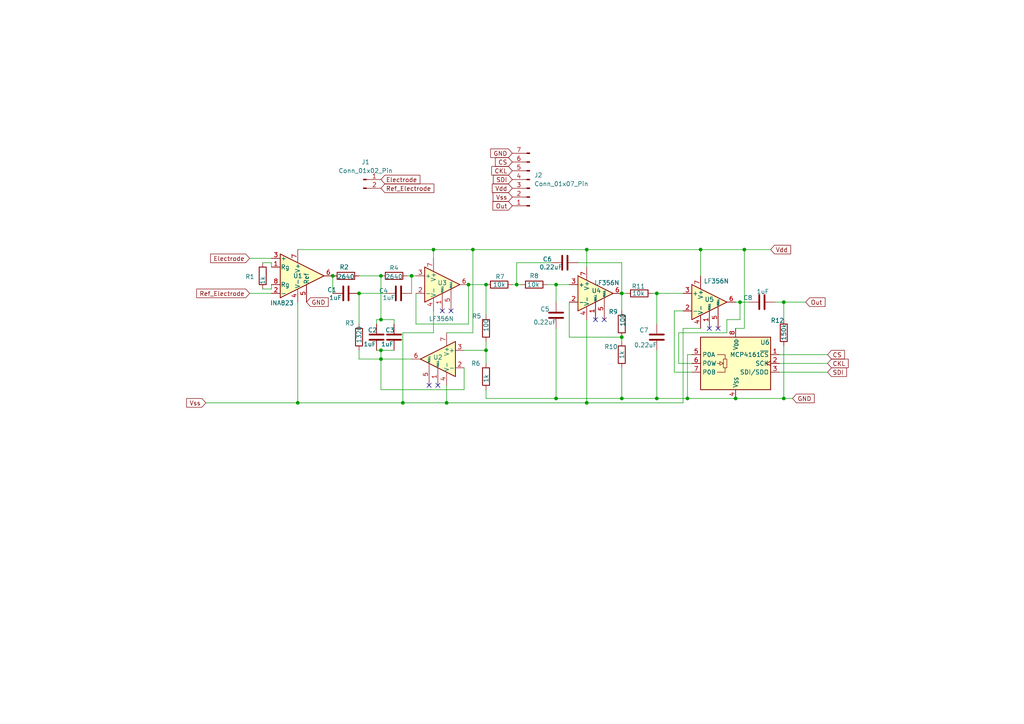
<source format=kicad_sch>
(kicad_sch (version 20231120) (generator "eeschema") (generator_version "8.0")
  (paper "A4")
  (lib_symbols
    (symbol "Amplifier_Instrumentation:INA333xxDGK" (pin_names (offset 0.127))
      (property "Reference" "U" (at 3.81 3.175 0))
      (property "Value" "INA333xxDGK" (at 3.81 -3.175 0))
      (symbol "INA333xxDGK_0_1"
        (polyline (pts (xy 7.62 0) (xy -5.08 6.35) (xy -5.08 -6.35) (xy 7.62 0)) (stroke (width 0.254)) (fill (type background)))
      )
      (symbol "INA333xxDGK_1_1"
        (pin passive line (at -7.62 2.54 0) (length 2.54) (name "Rg") (number "1"))
        (pin input line (at -7.62 -5.08 0) (length 2.54) (name "-") (number "2"))
        (pin input line (at -7.62 5.08 0) (length 2.54) (name "+") (number "3"))
        (pin power_in line (at 0 -7.62 90) (length 3.81) (name "V-") (number "4"))
        (pin input line (at 2.54 -7.62 90) (length 5.08) (name "Ref") (number "5"))
        (pin output line (at 10.16 0 180) (length 2.54) (name "~") (number "6"))
        (pin power_in line (at 0 7.62 270) (length 3.81) (name "V+") (number "7"))
        (pin passive line (at -7.62 -2.54 0) (length 2.54) (name "Rg") (number "8"))
      )
    )
    (symbol "Amplifier_Operational:LF357" (pin_names (offset 0.127))
      (property "Reference" "U" (at 0 6.35 0))
      (property "Value" "LF357" (at 0 3.81 0))
      (symbol "LF357_0_1"
        (polyline (pts (xy -5.08 5.08) (xy 5.08 0) (xy -5.08 -5.08) (xy -5.08 5.08)) (stroke (width 0.254)) (fill (type background)))
      )
      (symbol "LF357_1_1"
        (pin input line (at 0 -7.62 90) (length 5.08) (name "NULL") (number "1"))
        (pin input line (at -7.62 -2.54 0) (length 2.54) (name "-") (number "2"))
        (pin input line (at -7.62 2.54 0) (length 2.54) (name "+") (number "3"))
        (pin power_in line (at -2.54 -7.62 90) (length 3.81) (name "V-") (number "4"))
        (pin input line (at 2.54 -7.62 90) (length 6.35) (name "NULL") (number "5"))
        (pin output line (at 7.62 0 180) (length 2.54) (name "~") (number "6"))
        (pin power_in line (at -2.54 7.62 270) (length 3.81) (name "V+") (number "7"))
        (pin no_connect line (at 0 2.54 270) (length 2.54) hide (name "NC") (number "8"))
      )
    )
    (symbol "Connector:Conn_01x02_Pin" (pin_names (offset 1.016) hide)
      (property "Reference" "J" (at 0 2.54 0))
      (property "Value" "Conn_01x02_Pin" (at 0 -5.08 0))
      (symbol "Conn_01x02_Pin_1_1"
        (polyline (pts (xy 1.27 -2.54) (xy 0.8636 -2.54)) (stroke (width 0.1524)))
        (polyline (pts (xy 1.27 0) (xy 0.8636 0)) (stroke (width 0.1524)))
        (rectangle (start 0.8636 -2.413) (end 0 -2.667) (stroke (width 0.1524)) (fill (type outline)))
        (rectangle (start 0.8636 0.127) (end 0 -0.127) (stroke (width 0.1524)) (fill (type outline)))
        (pin passive line (at 5.08 0 180) (length 3.81) (name "Pin_1") (number "1"))
        (pin passive line (at 5.08 -2.54 180) (length 3.81) (name "Pin_2") (number "2"))
      )
    )
    (symbol "Connector:Conn_01x07_Pin" (pin_names (offset 1.016) hide)
      (property "Reference" "J" (at 0 10.16 0))
      (property "Value" "Conn_01x07_Pin" (at 0 -10.16 0))
      (symbol "Conn_01x07_Pin_1_1"
        (polyline (pts (xy 1.27 -7.62) (xy 0.8636 -7.62)) (stroke (width 0.1524)))
        (polyline (pts (xy 1.27 -5.08) (xy 0.8636 -5.08)) (stroke (width 0.1524)))
        (polyline (pts (xy 1.27 -2.54) (xy 0.8636 -2.54)) (stroke (width 0.1524)))
        (polyline (pts (xy 1.27 0) (xy 0.8636 0)) (stroke (width 0.1524)))
        (polyline (pts (xy 1.27 2.54) (xy 0.8636 2.54)) (stroke (width 0.1524)))
        (polyline (pts (xy 1.27 5.08) (xy 0.8636 5.08)) (stroke (width 0.1524)))
        (polyline (pts (xy 1.27 7.62) (xy 0.8636 7.62)) (stroke (width 0.1524)))
        (rectangle (start 0.8636 -7.493) (end 0 -7.747) (stroke (width 0.1524)) (fill (type outline)))
        (rectangle (start 0.8636 -4.953) (end 0 -5.207) (stroke (width 0.1524)) (fill (type outline)))
        (rectangle (start 0.8636 -2.413) (end 0 -2.667) (stroke (width 0.1524)) (fill (type outline)))
        (rectangle (start 0.8636 0.127) (end 0 -0.127) (stroke (width 0.1524)) (fill (type outline)))
        (rectangle (start 0.8636 2.667) (end 0 2.413) (stroke (width 0.1524)) (fill (type outline)))
        (rectangle (start 0.8636 5.207) (end 0 4.953) (stroke (width 0.1524)) (fill (type outline)))
        (rectangle (start 0.8636 7.747) (end 0 7.493) (stroke (width 0.1524)) (fill (type outline)))
        (pin passive line (at 5.08 7.62 180) (length 3.81) (name "Pin_1") (number "1"))
        (pin passive line (at 5.08 5.08 180) (length 3.81) (name "Pin_2") (number "2"))
        (pin passive line (at 5.08 2.54 180) (length 3.81) (name "Pin_3") (number "3"))
        (pin passive line (at 5.08 0 180) (length 3.81) (name "Pin_4") (number "4"))
        (pin passive line (at 5.08 -2.54 180) (length 3.81) (name "Pin_5") (number "5"))
        (pin passive line (at 5.08 -5.08 180) (length 3.81) (name "Pin_6") (number "6"))
        (pin passive line (at 5.08 -7.62 180) (length 3.81) (name "Pin_7") (number "7"))
      )
    )
    (symbol "Device:C" (pin_numbers hide) (pin_names (offset 0.254))
      (property "Reference" "C" (at 0.635 2.54 0))
      (property "Value" "C" (at 0.635 -2.54 0))
      (symbol "C_0_1"
        (polyline (pts (xy -2.032 -0.762) (xy 2.032 -0.762)) (stroke (width 0.508)))
        (polyline (pts (xy -2.032 0.762) (xy 2.032 0.762)) (stroke (width 0.508)))
      )
      (symbol "C_1_1"
        (pin passive line (at 0 3.81 270) (length 2.794) (name "~") (number "1"))
        (pin passive line (at 0 -3.81 90) (length 2.794) (name "~") (number "2"))
      )
    )
    (symbol "Device:R" (pin_numbers hide) (pin_names (offset 0))
      (property "Reference" "R" (at 2.032 0 90))
      (property "Value" "R" (at 0 0 90))
      (symbol "R_0_1"
        (rectangle (start -1.016 -2.54) (end 1.016 2.54) (stroke (width 0.254)))
      )
      (symbol "R_1_1"
        (pin passive line (at 0 3.81 270) (length 1.27) (name "~") (number "1"))
        (pin passive line (at 0 -3.81 90) (length 1.27) (name "~") (number "2"))
      )
    )
    (symbol "Potentiometer_Digital:MCP4161-xxxx-P"
      (property "Reference" "U" (at 2.54 11.43 0))
      (property "Value" "MCP4161-xxxx-P" (at 2.54 8.89 0))
      (symbol "MCP4161-xxxx-P_0_0"
        (pin input line (at -12.7 2.54 0) (length 2.54) (name "~{CS}") (number "1"))
        (pin input clock (at -12.7 0 0) (length 2.54) (name "SCK") (number "2"))
        (pin bidirectional line (at -12.7 -2.54 0) (length 2.54) (name "SDI/SDO") (number "3"))
        (pin power_in line (at 0 -10.16 90) (length 2.54) (name "V_{SS}") (number "4"))
        (pin passive line (at 12.7 2.54 180) (length 2.54) (name "P0A") (number "5"))
        (pin passive line (at 12.7 0 180) (length 2.54) (name "P0W") (number "6"))
        (pin passive line (at 12.7 -2.54 180) (length 2.54) (name "P0B") (number "7"))
        (pin power_in line (at 0 10.16 270) (length 2.54) (name "V_{DD}") (number "8"))
      )
      (symbol "MCP4161-xxxx-P_0_1"
        (polyline (pts (xy 4.572 0) (xy 5.334 0)))
        (polyline (pts (xy 3.048 -1.27) (xy 3.048 -2.54) (xy 5.334 -2.54)))
        (polyline (pts (xy 5.334 2.54) (xy 3.048 2.54) (xy 3.048 1.27)))
        (polyline (pts (xy 4.572 0.508) (xy 3.556 0) (xy 4.572 -0.508) (xy 4.572 0.508)))
        (rectangle (start 2.54 1.27) (end 3.556 -1.27))
      )
      (symbol "MCP4161-xxxx-P_1_1"
        (rectangle (start -10.16 7.62) (end 10.16 -7.62) (stroke (width 0.254)) (fill (type background)))
      )
    )
  )
  (junction (at 140.97 82.55))
  (junction (at 214.63 87.63))
  (junction (at 116.84 116.84))
  (junction (at 170.18 116.84))
  (junction (at 96.52 80.01))
  (junction (at 161.29 82.55))
  (junction (at 104.14 85.09))
  (junction (at 137.16 72.39))
  (junction (at 119.38 80.01))
  (junction (at 215.9 72.39))
  (junction (at 190.5 115.57))
  (junction (at 129.54 116.84))
  (junction (at 227.33 87.63))
  (junction (at 110.49 101.6))
  (junction (at 140.97 101.6))
  (junction (at 135.89 82.55))
  (junction (at 180.34 115.57))
  (junction (at 180.34 97.79))
  (junction (at 110.49 92.71))
  (junction (at 227.33 115.57))
  (junction (at 86.36 116.84))
  (junction (at 110.49 80.01))
  (junction (at 170.18 72.39))
  (junction (at 110.49 104.14))
  (junction (at 125.73 72.39))
  (junction (at 180.34 85.09))
  (junction (at 149.86 82.55))
  (junction (at 203.2 72.39))
  (junction (at 213.36 115.57))
  (junction (at 190.5 85.09))
  (junction (at 199.39 115.57))
  (junction (at 161.29 115.57))
  (no_connect (at 124.46 111.76))
  (no_connect (at 127 111.76))
  (no_connect (at 172.72 92.71))
  (no_connect (at 130.81 90.17))
  (no_connect (at 128.27 90.17))
  (no_connect (at 208.28 95.25))
  (no_connect (at 205.74 95.25))
  (no_connect (at 175.26 92.71))
  (wire (pts (xy 129.54 111.76) (xy 129.54 116.84)))
  (wire (pts (xy 119.38 80.01) (xy 120.65 80.01)))
  (wire (pts (xy 210.82 92.71) (xy 214.63 92.71)))
  (wire (pts (xy 140.97 99.06) (xy 140.97 101.6)))
  (wire (pts (xy 170.18 72.39) (xy 137.16 72.39)))
  (wire (pts (xy 140.97 91.44) (xy 140.97 82.55)))
  (wire (pts (xy 104.14 85.09) (xy 111.76 85.09)))
  (wire (pts (xy 161.29 82.55) (xy 165.1 82.55)))
  (wire (pts (xy 129.54 96.52) (xy 137.16 96.52)))
  (wire (pts (xy 129.54 116.84) (xy 116.84 116.84)))
  (wire (pts (xy 214.63 92.71) (xy 214.63 87.63)))
  (wire (pts (xy 149.86 82.55) (xy 151.13 82.55)))
  (wire (pts (xy 59.69 116.84) (xy 86.36 116.84)))
  (wire (pts (xy 215.9 95.25) (xy 213.36 95.25)))
  (wire (pts (xy 161.29 82.55) (xy 161.29 87.63)))
  (wire (pts (xy 116.84 116.84) (xy 86.36 116.84)))
  (wire (pts (xy 134.62 113.03) (xy 110.49 113.03)))
  (wire (pts (xy 180.34 85.09) (xy 180.34 90.17)))
  (wire (pts (xy 161.29 95.25) (xy 161.29 115.57)))
  (wire (pts (xy 180.34 115.57) (xy 180.34 106.68)))
  (wire (pts (xy 199.39 102.87) (xy 199.39 115.57)))
  (wire (pts (xy 190.5 115.57) (xy 199.39 115.57)))
  (wire (pts (xy 78.74 76.2) (xy 78.74 77.47)))
  (wire (pts (xy 76.2 76.2) (xy 78.74 76.2)))
  (wire (pts (xy 110.49 101.6) (xy 110.49 104.14)))
  (wire (pts (xy 198.12 95.25) (xy 198.12 116.84)))
  (wire (pts (xy 125.73 96.52) (xy 125.73 90.17)))
  (wire (pts (xy 120.65 93.98) (xy 135.89 93.98)))
  (wire (pts (xy 149.86 76.2) (xy 149.86 82.55)))
  (wire (pts (xy 104.14 104.14) (xy 110.49 104.14)))
  (wire (pts (xy 170.18 116.84) (xy 129.54 116.84)))
  (wire (pts (xy 195.58 107.95) (xy 195.58 90.17)))
  (wire (pts (xy 161.29 115.57) (xy 180.34 115.57)))
  (wire (pts (xy 110.49 92.71) (xy 110.49 80.01)))
  (wire (pts (xy 180.34 115.57) (xy 190.5 115.57)))
  (wire (pts (xy 104.14 104.14) (xy 104.14 101.6)))
  (wire (pts (xy 224.79 87.63) (xy 227.33 87.63)))
  (wire (pts (xy 134.62 106.68) (xy 134.62 113.03)))
  (wire (pts (xy 125.73 96.52) (xy 116.84 96.52)))
  (wire (pts (xy 109.22 92.71) (xy 109.22 93.98)))
  (wire (pts (xy 227.33 87.63) (xy 233.68 87.63)))
  (wire (pts (xy 170.18 92.71) (xy 170.18 116.84)))
  (wire (pts (xy 96.52 80.01) (xy 96.52 85.09)))
  (wire (pts (xy 120.65 85.09) (xy 120.65 93.98)))
  (wire (pts (xy 72.39 74.93) (xy 78.74 74.93)))
  (wire (pts (xy 119.38 80.01) (xy 119.38 85.09)))
  (wire (pts (xy 226.06 102.87) (xy 240.03 102.87)))
  (wire (pts (xy 196.85 105.41) (xy 196.85 96.52)))
  (wire (pts (xy 226.06 107.95) (xy 240.03 107.95)))
  (wire (pts (xy 170.18 77.47) (xy 170.18 72.39)))
  (wire (pts (xy 226.06 105.41) (xy 240.03 105.41)))
  (wire (pts (xy 78.74 83.82) (xy 78.74 82.55)))
  (wire (pts (xy 203.2 72.39) (xy 215.9 72.39)))
  (wire (pts (xy 180.34 76.2) (xy 180.34 85.09)))
  (wire (pts (xy 227.33 115.57) (xy 229.87 115.57)))
  (wire (pts (xy 110.49 104.14) (xy 110.49 113.03)))
  (wire (pts (xy 104.14 80.01) (xy 110.49 80.01)))
  (wire (pts (xy 165.1 97.79) (xy 180.34 97.79)))
  (wire (pts (xy 109.22 101.6) (xy 110.49 101.6)))
  (wire (pts (xy 140.97 113.03) (xy 140.97 115.57)))
  (wire (pts (xy 215.9 72.39) (xy 223.52 72.39)))
  (wire (pts (xy 165.1 87.63) (xy 165.1 97.79)))
  (wire (pts (xy 190.5 101.6) (xy 190.5 115.57)))
  (wire (pts (xy 190.5 85.09) (xy 198.12 85.09)))
  (wire (pts (xy 227.33 87.63) (xy 227.33 92.71)))
  (wire (pts (xy 200.66 105.41) (xy 196.85 105.41)))
  (wire (pts (xy 134.62 101.6) (xy 140.97 101.6)))
  (wire (pts (xy 203.2 95.25) (xy 198.12 95.25)))
  (wire (pts (xy 148.59 82.55) (xy 149.86 82.55)))
  (wire (pts (xy 190.5 85.09) (xy 189.23 85.09)))
  (wire (pts (xy 140.97 115.57) (xy 161.29 115.57)))
  (wire (pts (xy 114.3 93.98) (xy 114.3 92.71)))
  (wire (pts (xy 213.36 115.57) (xy 227.33 115.57)))
  (wire (pts (xy 199.39 115.57) (xy 213.36 115.57)))
  (wire (pts (xy 135.89 82.55) (xy 140.97 82.55)))
  (wire (pts (xy 200.66 102.87) (xy 199.39 102.87)))
  (wire (pts (xy 137.16 96.52) (xy 137.16 72.39)))
  (wire (pts (xy 210.82 96.52) (xy 210.82 92.71)))
  (wire (pts (xy 125.73 72.39) (xy 125.73 74.93)))
  (wire (pts (xy 180.34 97.79) (xy 180.34 99.06)))
  (wire (pts (xy 140.97 101.6) (xy 140.97 105.41)))
  (wire (pts (xy 227.33 100.33) (xy 227.33 115.57)))
  (wire (pts (xy 118.11 80.01) (xy 119.38 80.01)))
  (wire (pts (xy 214.63 87.63) (xy 213.36 87.63)))
  (wire (pts (xy 160.02 76.2) (xy 149.86 76.2)))
  (wire (pts (xy 203.2 72.39) (xy 170.18 72.39)))
  (wire (pts (xy 114.3 92.71) (xy 110.49 92.71)))
  (wire (pts (xy 110.49 101.6) (xy 114.3 101.6)))
  (wire (pts (xy 215.9 72.39) (xy 215.9 95.25)))
  (wire (pts (xy 86.36 116.84) (xy 86.36 87.63)))
  (wire (pts (xy 125.73 72.39) (xy 86.36 72.39)))
  (wire (pts (xy 181.61 85.09) (xy 180.34 85.09)))
  (wire (pts (xy 110.49 104.14) (xy 119.38 104.14)))
  (wire (pts (xy 167.64 76.2) (xy 180.34 76.2)))
  (wire (pts (xy 198.12 116.84) (xy 170.18 116.84)))
  (wire (pts (xy 195.58 90.17) (xy 198.12 90.17)))
  (wire (pts (xy 109.22 92.71) (xy 110.49 92.71)))
  (wire (pts (xy 158.75 82.55) (xy 161.29 82.55)))
  (wire (pts (xy 104.14 85.09) (xy 104.14 93.98)))
  (wire (pts (xy 195.58 107.95) (xy 200.66 107.95)))
  (wire (pts (xy 135.89 82.55) (xy 135.89 93.98)))
  (wire (pts (xy 196.85 96.52) (xy 210.82 96.52)))
  (wire (pts (xy 137.16 72.39) (xy 125.73 72.39)))
  (wire (pts (xy 190.5 85.09) (xy 190.5 93.98)))
  (wire (pts (xy 116.84 96.52) (xy 116.84 116.84)))
  (wire (pts (xy 76.2 83.82) (xy 78.74 83.82)))
  (wire (pts (xy 72.39 85.09) (xy 78.74 85.09)))
  (wire (pts (xy 217.17 87.63) (xy 214.63 87.63)))
  (wire (pts (xy 203.2 80.01) (xy 203.2 72.39)))
  (global_label "GND" (shape input) (at 88.9 87.63 0) (property "Intersheetrefs" "${INTERSHEET_REFS}" (effects (hide yes))))
  (global_label "GND" (shape input) (at 229.87 115.57 0) (property "Intersheetrefs" "${INTERSHEET_REFS}" (effects (hide yes))))
  (global_label "Ref_Electrode" (shape input) (at 110.49 54.61 0) (property "Intersheetrefs" "${INTERSHEET_REFS}" (effects (hide yes))))
  (global_label "CS" (shape input) (at 148.59 46.99 180) (property "Intersheetrefs" "${INTERSHEET_REFS}" (effects (hide yes))))
  (global_label "Vdd" (shape input) (at 223.52 72.39 0) (property "Intersheetrefs" "${INTERSHEET_REFS}" (effects (hide yes))))
  (global_label "Vdd" (shape input) (at 148.59 54.61 180) (property "Intersheetrefs" "${INTERSHEET_REFS}" (effects (hide yes))))
  (global_label "CKL" (shape input) (at 240.03 105.41 0) (property "Intersheetrefs" "${INTERSHEET_REFS}" (effects (hide yes))))
  (global_label "SDI" (shape input) (at 148.59 52.07 180) (property "Intersheetrefs" "${INTERSHEET_REFS}" (effects (hide yes))))
  (global_label "Ref_Electrode" (shape input) (at 72.39 85.09 180) (property "Intersheetrefs" "${INTERSHEET_REFS}" (effects (hide yes))))
  (global_label "Electrode" (shape input) (at 72.39 74.93 180) (property "Intersheetrefs" "${INTERSHEET_REFS}" (effects (hide yes))))
  (global_label "CKL" (shape input) (at 148.59 49.53 180) (property "Intersheetrefs" "${INTERSHEET_REFS}" (effects (hide yes))))
  (global_label "Electrode" (shape input) (at 110.49 52.07 0) (property "Intersheetrefs" "${INTERSHEET_REFS}" (effects (hide yes))))
  (global_label "SDI" (shape input) (at 240.03 107.95 0) (property "Intersheetrefs" "${INTERSHEET_REFS}" (effects (hide yes))))
  (global_label "CS" (shape input) (at 240.03 102.87 0) (property "Intersheetrefs" "${INTERSHEET_REFS}" (effects (hide yes))))
  (global_label "Out" (shape input) (at 233.68 87.63 0) (property "Intersheetrefs" "${INTERSHEET_REFS}" (effects (hide yes))))
  (global_label "GND" (shape input) (at 148.59 44.45 180) (property "Intersheetrefs" "${INTERSHEET_REFS}" (effects (hide yes))))
  (global_label "Vss" (shape input) (at 59.69 116.84 180) (property "Intersheetrefs" "${INTERSHEET_REFS}" (effects (hide yes))))
  (global_label "Out" (shape input) (at 148.59 59.69 180) (property "Intersheetrefs" "${INTERSHEET_REFS}" (effects (hide yes))))
  (global_label "Vss" (shape input) (at 148.59 57.15 180) (property "Intersheetrefs" "${INTERSHEET_REFS}" (effects (hide yes))))
  (symbol (lib_id "Device:C") (at 161.29 91.44 0) (unit 1)
    (property "Reference" "C5" (at 156.718 89.662 0) (effects (justify left)))
    (property "Value" "0.22uF" (at 154.686 93.472 0) (effects (justify left)))
    (property "Footprint" "Capacitor_SMD:C_0603_1608Metric" (effects (hide yes)))
    (property "Description" "Unpolarized capacitor" (effects (hide yes)))
  )
  (symbol (lib_id "Device:R") (at 76.2 80.01 0) (unit 1)
    (property "Reference" "R1" (at 71.12 80.264 0) (effects (justify left)))
    (property "Value" "1k" (at 76.2 82.55 90) (effects (justify left)))
    (property "Footprint" "Resistor_SMD:R_0402_1005Metric_Pad0.72x0.64mm_HandSolder" (effects (hide yes)))
    (property "Description" "Resistor" (effects (hide yes)))
  )
  (symbol (lib_id "Amplifier_Operational:LF357") (at 128.27 82.55 0) (unit 1)
    (property "Reference" "U3" (at 128.27 82.042 0))
    (property "Value" "LF356N" (at 128.016 92.456 0))
    (property "Footprint" "LF356M:SOIC127P599X175-8N" (effects (hide yes)))
    (property "Datasheet" "http://www.ti.com/lit/ds/symlink/lf357.pdf" (effects (hide yes)))
    (property "Description" "Single JFET Input Operational Amplifiers, DIP-8/SOIC-8" (effects (hide yes)))
  )
  (symbol (lib_id "Device:R") (at 114.3 80.01 270) (unit 1)
    (property "Reference" "R4" (at 114.3 77.724 90))
    (property "Value" "2640" (at 114.3 80.264 90))
    (property "Footprint" "Resistor_SMD:R_0603_1608Metric_Pad0.98x0.95mm_HandSolder" (effects (hide yes)))
    (property "Description" "Resistor" (effects (hide yes)))
  )
  (symbol (lib_id "Device:R") (at 185.42 85.09 90) (unit 1)
    (property "Reference" "R11" (at 185.166 83.058 90))
    (property "Value" "10k" (at 185.166 85.09 90))
    (property "Footprint" "Resistor_SMD:R_0603_1608Metric_Pad0.98x0.95mm_HandSolder" (effects (hide yes)))
    (property "Description" "Resistor" (effects (hide yes)))
  )
  (symbol (lib_id "Device:R") (at 104.14 97.79 0) (unit 1)
    (property "Reference" "R3" (at 100.076 93.726 0) (effects (justify left)))
    (property "Value" "1320" (at 104.14 99.568 90) (effects (justify left)))
    (property "Footprint" "Resistor_SMD:R_0805_2012Metric_Pad1.20x1.40mm_HandSolder" (effects (hide yes)))
    (property "Description" "Resistor" (effects (hide yes)))
  )
  (symbol (lib_id "Device:R") (at 140.97 95.25 0) (unit 1)
    (property "Reference" "R5" (at 136.906 91.694 0) (effects (justify left)))
    (property "Value" "100" (at 140.97 96.266 90) (effects (justify left)))
    (property "Footprint" "Resistor_SMD:R_0805_2012Metric_Pad1.20x1.40mm_HandSolder" (effects (hide yes)))
    (property "Description" "Resistor" (effects (hide yes)))
  )
  (symbol (lib_id "Device:R") (at 100.33 80.01 270) (unit 1)
    (property "Reference" "R2" (at 99.822 77.47 90))
    (property "Value" "2640" (at 100.33 80.264 90))
    (property "Footprint" "Resistor_SMD:R_0603_1608Metric_Pad0.98x0.95mm_HandSolder" (effects (hide yes)))
    (property "Description" "Resistor" (effects (hide yes)))
  )
  (symbol (lib_id "Amplifier_Instrumentation:INA333xxDGK") (at 86.36 80.01 0) (unit 1)
    (property "Reference" "U1" (at 86.36 80.01 0))
    (property "Value" "INA823" (at 81.788 87.884 0))
    (property "Footprint" "Package_SO:VSSOP-8_3x3mm_P0.65mm" (effects (hide yes)))
    (property "Datasheet" "https://www.ti.com/lit/ds/symlink/ina333.pdf" (effects (hide yes)))
    (property "Description" "Zero Drift, Micropower Instrumentation Amplifier G = 1 + 100kOhm/Rg, VSSOP-8" (effects (hide yes)))
  )
  (symbol (lib_id "Amplifier_Operational:LF357") (at 205.74 87.63 0) (unit 1)
    (property "Reference" "U5" (at 205.74 86.868 0))
    (property "Value" "LF356N" (at 207.772 81.534 0))
    (property "Footprint" "LF356M:SOIC127P599X175-8N" (effects (hide yes)))
    (property "Datasheet" "http://www.ti.com/lit/ds/symlink/lf357.pdf" (effects (hide yes)))
    (property "Description" "Single JFET Input Operational Amplifiers, DIP-8/SOIC-8" (effects (hide yes)))
  )
  (symbol (lib_id "Device:C") (at 114.3 97.79 0) (unit 1)
    (property "Reference" "C3" (at 111.76 95.758 0) (effects (justify left)))
    (property "Value" "1uF" (at 110.49 99.822 0) (effects (justify left)))
    (property "Footprint" "Capacitor_SMD:C_0805_2012Metric" (effects (hide yes)))
    (property "Description" "Unpolarized capacitor" (effects (hide yes)))
  )
  (symbol (lib_id "Device:R") (at 140.97 109.22 0) (unit 1)
    (property "Reference" "R6" (at 136.652 105.41 0) (effects (justify left)))
    (property "Value" "1k" (at 140.97 110.998 90) (effects (justify left)))
    (property "Footprint" "Resistor_SMD:R_0402_1005Metric_Pad0.72x0.64mm_HandSolder" (effects (hide yes)))
    (property "Description" "Resistor" (effects (hide yes)))
  )
  (symbol (lib_id "Device:C") (at 115.57 85.09 90) (unit 1)
    (property "Reference" "C4" (at 111.252 84.328 90))
    (property "Value" "1uF" (at 112.776 86.36 90))
    (property "Footprint" "Capacitor_SMD:C_0805_2012Metric" (effects (hide yes)))
    (property "Description" "Unpolarized capacitor" (effects (hide yes)))
  )
  (symbol (lib_id "Device:R") (at 180.34 102.87 0) (unit 1)
    (property "Reference" "R10" (at 175.26 100.584 0) (effects (justify left)))
    (property "Value" "1k" (at 180.34 104.14 90) (effects (justify left)))
    (property "Footprint" "Resistor_SMD:R_0402_1005Metric_Pad0.72x0.64mm_HandSolder" (effects (hide yes)))
    (property "Description" "Resistor" (effects (hide yes)))
  )
  (symbol (lib_id "Amplifier_Operational:LF357") (at 172.72 85.09 0) (unit 1)
    (property "Reference" "U4" (at 172.974 84.328 0))
    (property "Value" "LF356N" (at 176.022 82.042 0))
    (property "Footprint" "LF356M:SOIC127P599X175-8N" (effects (hide yes)))
    (property "Datasheet" "http://www.ti.com/lit/ds/symlink/lf357.pdf" (effects (hide yes)))
    (property "Description" "Single JFET Input Operational Amplifiers, DIP-8/SOIC-8" (effects (hide yes)))
  )
  (symbol (lib_id "Device:C") (at 163.83 76.2 270) (unit 1)
    (property "Reference" "C6" (at 158.75 75.184 90))
    (property "Value" "0.22uF" (at 159.766 77.47 90))
    (property "Footprint" "Capacitor_SMD:C_0603_1608Metric" (effects (hide yes)))
    (property "Description" "Unpolarized capacitor" (effects (hide yes)))
  )
  (symbol (lib_id "Connector:Conn_01x02_Pin") (at 105.41 52.07 0) (unit 1)
    (property "Reference" "J1" (at 106.045 46.99 0))
    (property "Value" "Conn_01x02_Pin" (at 106.045 49.53 0))
    (property "Footprint" "Connector_PinHeader_2.00mm:PinHeader_1x02_P2.00mm_Vertical" (effects (hide yes)))
    (property "Description" "Generic connector, single row, 01x02, script generated" (effects (hide yes)))
  )
  (symbol (lib_id "Device:C") (at 190.5 97.79 0) (unit 1)
    (property "Reference" "C7" (at 185.42 95.758 0) (effects (justify left)))
    (property "Value" "0.22uF" (at 183.896 100.076 0) (effects (justify left)))
    (property "Footprint" "Capacitor_SMD:C_0603_1608Metric" (effects (hide yes)))
    (property "Description" "Unpolarized capacitor" (effects (hide yes)))
  )
  (symbol (lib_id "Device:R") (at 144.78 82.55 90) (unit 1)
    (property "Reference" "R7" (at 145.034 80.264 90))
    (property "Value" "10k" (at 144.78 82.55 90))
    (property "Footprint" "Resistor_SMD:R_0603_1608Metric_Pad0.98x0.95mm_HandSolder" (effects (hide yes)))
    (property "Description" "Resistor" (effects (hide yes)))
  )
  (symbol (lib_id "Connector:Conn_01x07_Pin") (at 153.67 52.07 180) (unit 1)
    (property "Reference" "J2" (at 154.94 50.7999 0) (effects (justify right)))
    (property "Value" "Conn_01x07_Pin" (at 154.94 53.3399 0) (effects (justify right)))
    (property "Footprint" "Connector_PinHeader_1.00mm:GoldFingers_1x07_P2.50mm" (effects (hide yes)))
    (property "Description" "Generic connector, single row, 01x07, script generated" (effects (hide yes)))
  )
  (symbol (lib_id "Device:C") (at 100.33 85.09 90) (unit 1)
    (property "Reference" "C1" (at 96.266 84.074 90))
    (property "Value" "1uF" (at 97.282 86.36 90))
    (property "Footprint" "Capacitor_SMD:C_0805_2012Metric" (effects (hide yes)))
    (property "Description" "Unpolarized capacitor" (effects (hide yes)))
  )
  (symbol (lib_id "Potentiometer_Digital:MCP4161-xxxx-P") (at 213.36 105.41 0) (mirror y) (unit 1)
    (property "Reference" "U6" (at 223.266 99.314 0) (effects (justify left)))
    (property "Value" "MCP4161" (at 220.726 102.87 0) (effects (justify left)))
    (property "Footprint" "Package_DIP:DIP-8_W7.62mm_Socket" (effects (hide yes)))
    (property "Datasheet" "https://ww1.microchip.com/downloads/aemDocuments/documents/OTH/ProductDocuments/DataSheets/22059b.pdf" (effects (hide yes)))
    (property "Description" "Single Digital Potentiometer, SPI interface, 257 taps, 5/10/50/100 kohm, non-volatile memory" (effects (hide yes)))
  )
  (symbol (lib_id "Device:R") (at 180.34 93.98 0) (unit 1)
    (property "Reference" "R9" (at 176.53 90.424 0) (effects (justify left)))
    (property "Value" "100" (at 180.594 94.742 90) (effects (justify left)))
    (property "Footprint" "Resistor_SMD:R_0805_2012Metric_Pad1.20x1.40mm_HandSolder" (effects (hide yes)))
    (property "Description" "Resistor" (effects (hide yes)))
  )
  (symbol (lib_id "Device:R") (at 227.33 96.52 0) (unit 1)
    (property "Reference" "R12" (at 223.52 92.964 0) (effects (justify left)))
    (property "Value" "150k" (at 227.33 98.806 90) (effects (justify left)))
    (property "Footprint" "Resistor_SMD:R_0402_1005Metric_Pad0.72x0.64mm_HandSolder" (effects (hide yes)))
    (property "Description" "Resistor" (effects (hide yes)))
  )
  (symbol (lib_id "Device:C") (at 220.98 87.63 90) (unit 1)
    (property "Reference" "C8" (at 216.916 86.36 90))
    (property "Value" "1uF" (at 221.234 84.582 90))
    (property "Footprint" "Capacitor_SMD:C_0805_2012Metric" (effects (hide yes)))
    (property "Description" "Unpolarized capacitor" (effects (hide yes)))
  )
  (symbol (lib_id "Device:R") (at 154.94 82.55 90) (unit 1)
    (property "Reference" "R8" (at 154.94 80.01 90))
    (property "Value" "10k" (at 154.686 82.55 90))
    (property "Footprint" "Resistor_SMD:R_0603_1608Metric_Pad0.98x0.95mm_HandSolder" (effects (hide yes)))
    (property "Description" "Resistor" (effects (hide yes)))
  )
  (symbol (lib_id "Amplifier_Operational:LF357") (at 127 104.14 0) (mirror y) (unit 1)
    (property "Reference" "U2" (at 127 103.632 0))
    (property "Value" "LF356N" (effects (hide yes)))
    (property "Footprint" "LF356M:SOIC127P599X175-8N" (effects (hide yes)))
    (property "Datasheet" "http://www.ti.com/lit/ds/symlink/lf357.pdf" (effects (hide yes)))
    (property "Description" "Single JFET Input Operational Amplifiers, DIP-8/SOIC-8" (effects (hide yes)))
  )
  (symbol (lib_id "Device:C") (at 109.22 97.79 0) (unit 1)
    (property "Reference" "C2" (at 106.68 95.758 0) (effects (justify left)))
    (property "Value" "1uF" (at 105.41 99.822 0) (effects (justify left)))
    (property "Footprint" "Capacitor_SMD:C_0805_2012Metric" (effects (hide yes)))
    (property "Description" "Unpolarized capacitor" (effects (hide yes)))
  )
)
</source>
